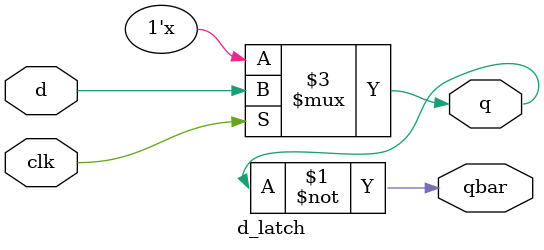
<source format=v>
`timescale 1ns / 1ps

module d_latch(clk,d,q,qbar);
input clk,d;
output reg q;
output qbar;

assign qbar = ~q;
always @(clk,d)begin
    if(clk)begin
        q <= d;
        end
end
endmodule

</source>
